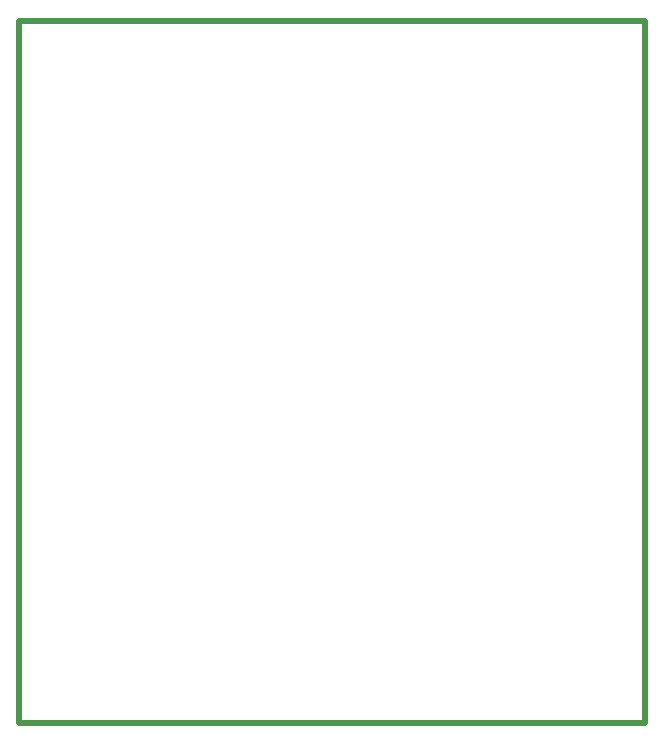
<source format=gbr>
%TF.GenerationSoftware,KiCad,Pcbnew,8.0.0*%
%TF.CreationDate,2024-03-28T11:04:24-03:00*%
%TF.ProjectId,PonderadaSemana6,506f6e64-6572-4616-9461-53656d616e61,rev?*%
%TF.SameCoordinates,Original*%
%TF.FileFunction,Profile,NP*%
%FSLAX46Y46*%
G04 Gerber Fmt 4.6, Leading zero omitted, Abs format (unit mm)*
G04 Created by KiCad (PCBNEW 8.0.0) date 2024-03-28 11:04:24*
%MOMM*%
%LPD*%
G01*
G04 APERTURE LIST*
%TA.AperFunction,Profile*%
%ADD10C,0.500000*%
%TD*%
G04 APERTURE END LIST*
D10*
X109000000Y-66500000D02*
X162000000Y-66500000D01*
X162000000Y-126000000D01*
X109000000Y-126000000D01*
X109000000Y-66500000D01*
M02*

</source>
